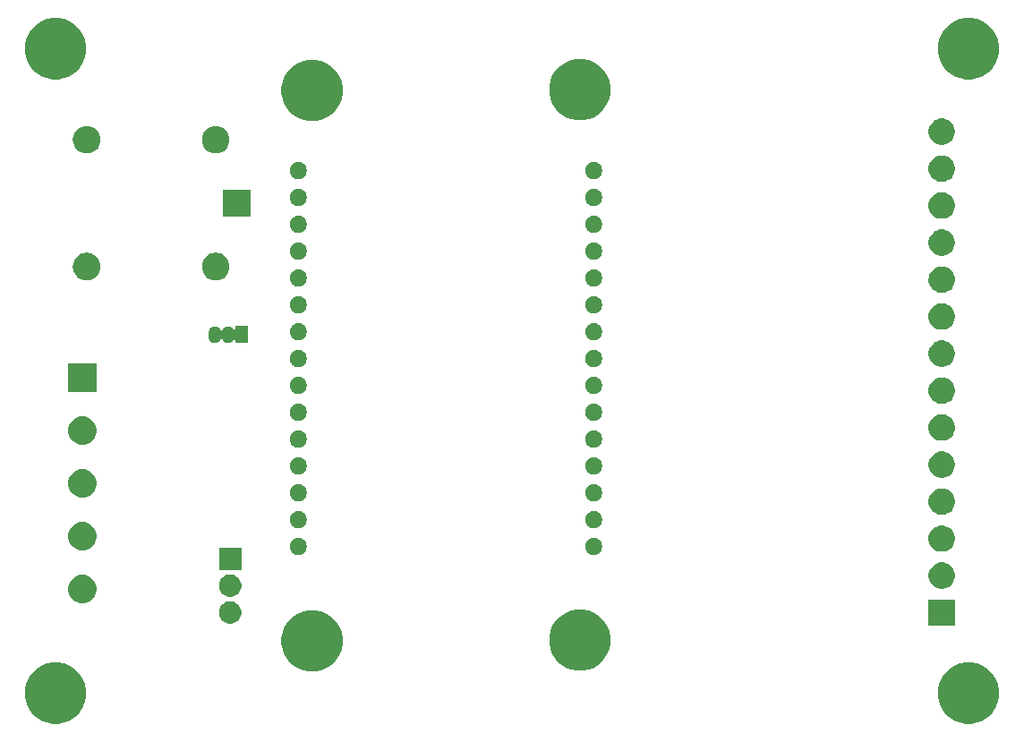
<source format=gbr>
G04 #@! TF.GenerationSoftware,KiCad,Pcbnew,(5.0.2)-1*
G04 #@! TF.CreationDate,2019-01-31T12:48:04+01:00*
G04 #@! TF.ProjectId,valve_reporter,76616c76-655f-4726-9570-6f727465722e,rev?*
G04 #@! TF.SameCoordinates,Original*
G04 #@! TF.FileFunction,Soldermask,Bot*
G04 #@! TF.FilePolarity,Negative*
%FSLAX46Y46*%
G04 Gerber Fmt 4.6, Leading zero omitted, Abs format (unit mm)*
G04 Created by KiCad (PCBNEW (5.0.2)-1) date 1/31/2019 12:48:04 PM*
%MOMM*%
%LPD*%
G01*
G04 APERTURE LIST*
%ADD10C,0.100000*%
G04 APERTURE END LIST*
D10*
G36*
X173566190Y-131830483D02*
X174094138Y-132049166D01*
X174569283Y-132366648D01*
X174973352Y-132770717D01*
X175290834Y-133245862D01*
X175509517Y-133773810D01*
X175621000Y-134334275D01*
X175621000Y-134905725D01*
X175509517Y-135466190D01*
X175290834Y-135994138D01*
X174973352Y-136469283D01*
X174569283Y-136873352D01*
X174094138Y-137190834D01*
X173566190Y-137409517D01*
X173005725Y-137521000D01*
X172434275Y-137521000D01*
X171873810Y-137409517D01*
X171345862Y-137190834D01*
X170870717Y-136873352D01*
X170466648Y-136469283D01*
X170149166Y-135994138D01*
X169930483Y-135466190D01*
X169819000Y-134905725D01*
X169819000Y-134334275D01*
X169930483Y-133773810D01*
X170149166Y-133245862D01*
X170466648Y-132770717D01*
X170870717Y-132366648D01*
X171345862Y-132049166D01*
X171873810Y-131830483D01*
X172434275Y-131719000D01*
X173005725Y-131719000D01*
X173566190Y-131830483D01*
X173566190Y-131830483D01*
G37*
G36*
X87206190Y-131830483D02*
X87734138Y-132049166D01*
X88209283Y-132366648D01*
X88613352Y-132770717D01*
X88930834Y-133245862D01*
X89149517Y-133773810D01*
X89261000Y-134334275D01*
X89261000Y-134905725D01*
X89149517Y-135466190D01*
X88930834Y-135994138D01*
X88613352Y-136469283D01*
X88209283Y-136873352D01*
X87734138Y-137190834D01*
X87206190Y-137409517D01*
X86645725Y-137521000D01*
X86074275Y-137521000D01*
X85513810Y-137409517D01*
X84985862Y-137190834D01*
X84510717Y-136873352D01*
X84106648Y-136469283D01*
X83789166Y-135994138D01*
X83570483Y-135466190D01*
X83459000Y-134905725D01*
X83459000Y-134334275D01*
X83570483Y-133773810D01*
X83789166Y-133245862D01*
X84106648Y-132770717D01*
X84510717Y-132366648D01*
X84985862Y-132049166D01*
X85513810Y-131830483D01*
X86074275Y-131719000D01*
X86645725Y-131719000D01*
X87206190Y-131830483D01*
X87206190Y-131830483D01*
G37*
G36*
X111463190Y-126877483D02*
X111991138Y-127096166D01*
X112466283Y-127413648D01*
X112870352Y-127817717D01*
X113187834Y-128292862D01*
X113406517Y-128820810D01*
X113518000Y-129381275D01*
X113518000Y-129952725D01*
X113406517Y-130513190D01*
X113187834Y-131041138D01*
X112870352Y-131516283D01*
X112466283Y-131920352D01*
X111991138Y-132237834D01*
X111463190Y-132456517D01*
X110902725Y-132568000D01*
X110331275Y-132568000D01*
X109770810Y-132456517D01*
X109242862Y-132237834D01*
X108767717Y-131920352D01*
X108363648Y-131516283D01*
X108046166Y-131041138D01*
X107827483Y-130513190D01*
X107716000Y-129952725D01*
X107716000Y-129381275D01*
X107827483Y-128820810D01*
X108046166Y-128292862D01*
X108363648Y-127817717D01*
X108767717Y-127413648D01*
X109242862Y-127096166D01*
X109770810Y-126877483D01*
X110331275Y-126766000D01*
X110902725Y-126766000D01*
X111463190Y-126877483D01*
X111463190Y-126877483D01*
G37*
G36*
X136799690Y-126813983D02*
X137327638Y-127032666D01*
X137802783Y-127350148D01*
X138206852Y-127754217D01*
X138524334Y-128229362D01*
X138743017Y-128757310D01*
X138854500Y-129317775D01*
X138854500Y-129889225D01*
X138743017Y-130449690D01*
X138524334Y-130977638D01*
X138206852Y-131452783D01*
X137802783Y-131856852D01*
X137327638Y-132174334D01*
X136799690Y-132393017D01*
X136239225Y-132504500D01*
X135667775Y-132504500D01*
X135107310Y-132393017D01*
X134579362Y-132174334D01*
X134104217Y-131856852D01*
X133700148Y-131452783D01*
X133382666Y-130977638D01*
X133163983Y-130449690D01*
X133052500Y-129889225D01*
X133052500Y-129317775D01*
X133163983Y-128757310D01*
X133382666Y-128229362D01*
X133700148Y-127754217D01*
X134104217Y-127350148D01*
X134579362Y-127032666D01*
X135107310Y-126813983D01*
X135667775Y-126702500D01*
X136239225Y-126702500D01*
X136799690Y-126813983D01*
X136799690Y-126813983D01*
G37*
G36*
X171431000Y-128251000D02*
X168929000Y-128251000D01*
X168929000Y-125749000D01*
X171431000Y-125749000D01*
X171431000Y-128251000D01*
X171431000Y-128251000D01*
G37*
G36*
X103176565Y-125989389D02*
X103367834Y-126068615D01*
X103539976Y-126183637D01*
X103686363Y-126330024D01*
X103801385Y-126502166D01*
X103880611Y-126693435D01*
X103921000Y-126896484D01*
X103921000Y-127103516D01*
X103880611Y-127306565D01*
X103801385Y-127497834D01*
X103686363Y-127669976D01*
X103539976Y-127816363D01*
X103367834Y-127931385D01*
X103176565Y-128010611D01*
X102973516Y-128051000D01*
X102766484Y-128051000D01*
X102563435Y-128010611D01*
X102372166Y-127931385D01*
X102200024Y-127816363D01*
X102053637Y-127669976D01*
X101938615Y-127497834D01*
X101859389Y-127306565D01*
X101819000Y-127103516D01*
X101819000Y-126896484D01*
X101859389Y-126693435D01*
X101938615Y-126502166D01*
X102053637Y-126330024D01*
X102200024Y-126183637D01*
X102372166Y-126068615D01*
X102563435Y-125989389D01*
X102766484Y-125949000D01*
X102973516Y-125949000D01*
X103176565Y-125989389D01*
X103176565Y-125989389D01*
G37*
G36*
X89160701Y-123449389D02*
X89294072Y-123475918D01*
X89539939Y-123577759D01*
X89760464Y-123725110D01*
X89761215Y-123725612D01*
X89949388Y-123913785D01*
X89949390Y-123913788D01*
X90097241Y-124135061D01*
X90199082Y-124380928D01*
X90251000Y-124641938D01*
X90251000Y-124908062D01*
X90199082Y-125169072D01*
X90097241Y-125414939D01*
X89949890Y-125635464D01*
X89949388Y-125636215D01*
X89761215Y-125824388D01*
X89761212Y-125824390D01*
X89539939Y-125972241D01*
X89294072Y-126074082D01*
X89163567Y-126100041D01*
X89033063Y-126126000D01*
X88766937Y-126126000D01*
X88636433Y-126100041D01*
X88505928Y-126074082D01*
X88260061Y-125972241D01*
X88038788Y-125824390D01*
X88038785Y-125824388D01*
X87850612Y-125636215D01*
X87850110Y-125635464D01*
X87702759Y-125414939D01*
X87600918Y-125169072D01*
X87549000Y-124908062D01*
X87549000Y-124641938D01*
X87600918Y-124380928D01*
X87702759Y-124135061D01*
X87850610Y-123913788D01*
X87850612Y-123913785D01*
X88038785Y-123725612D01*
X88039536Y-123725110D01*
X88260061Y-123577759D01*
X88505928Y-123475918D01*
X88639299Y-123449389D01*
X88766937Y-123424000D01*
X89033063Y-123424000D01*
X89160701Y-123449389D01*
X89160701Y-123449389D01*
G37*
G36*
X103176565Y-123449389D02*
X103367834Y-123528615D01*
X103539976Y-123643637D01*
X103686363Y-123790024D01*
X103801385Y-123962166D01*
X103880611Y-124153435D01*
X103921000Y-124356484D01*
X103921000Y-124563516D01*
X103880611Y-124766565D01*
X103801385Y-124957834D01*
X103686363Y-125129976D01*
X103539976Y-125276363D01*
X103367834Y-125391385D01*
X103176565Y-125470611D01*
X102973516Y-125511000D01*
X102766484Y-125511000D01*
X102563435Y-125470611D01*
X102372166Y-125391385D01*
X102200024Y-125276363D01*
X102053637Y-125129976D01*
X101938615Y-124957834D01*
X101859389Y-124766565D01*
X101819000Y-124563516D01*
X101819000Y-124356484D01*
X101859389Y-124153435D01*
X101938615Y-123962166D01*
X102053637Y-123790024D01*
X102200024Y-123643637D01*
X102372166Y-123528615D01*
X102563435Y-123449389D01*
X102766484Y-123409000D01*
X102973516Y-123409000D01*
X103176565Y-123449389D01*
X103176565Y-123449389D01*
G37*
G36*
X170363635Y-122261019D02*
X170544903Y-122297075D01*
X170772571Y-122391378D01*
X170976542Y-122527668D01*
X170977469Y-122528287D01*
X171151713Y-122702531D01*
X171151715Y-122702534D01*
X171288622Y-122907429D01*
X171382925Y-123135097D01*
X171418981Y-123316364D01*
X171431000Y-123376786D01*
X171431000Y-123623214D01*
X171418981Y-123683635D01*
X171382925Y-123864903D01*
X171288622Y-124092571D01*
X171152332Y-124296542D01*
X171151713Y-124297469D01*
X170977469Y-124471713D01*
X170977466Y-124471715D01*
X170772571Y-124608622D01*
X170544903Y-124702925D01*
X170363635Y-124738981D01*
X170303214Y-124751000D01*
X170056786Y-124751000D01*
X169996365Y-124738981D01*
X169815097Y-124702925D01*
X169587429Y-124608622D01*
X169382534Y-124471715D01*
X169382531Y-124471713D01*
X169208287Y-124297469D01*
X169207668Y-124296542D01*
X169071378Y-124092571D01*
X168977075Y-123864903D01*
X168941019Y-123683635D01*
X168929000Y-123623214D01*
X168929000Y-123376786D01*
X168941019Y-123316364D01*
X168977075Y-123135097D01*
X169071378Y-122907429D01*
X169208285Y-122702534D01*
X169208287Y-122702531D01*
X169382531Y-122528287D01*
X169383458Y-122527668D01*
X169587429Y-122391378D01*
X169815097Y-122297075D01*
X169996365Y-122261019D01*
X170056786Y-122249000D01*
X170303214Y-122249000D01*
X170363635Y-122261019D01*
X170363635Y-122261019D01*
G37*
G36*
X103921000Y-122971000D02*
X101819000Y-122971000D01*
X101819000Y-120869000D01*
X103921000Y-120869000D01*
X103921000Y-122971000D01*
X103921000Y-122971000D01*
G37*
G36*
X109542143Y-119963243D02*
X109690103Y-120024531D01*
X109823259Y-120113503D01*
X109936499Y-120226743D01*
X110025471Y-120359899D01*
X110086759Y-120507859D01*
X110118001Y-120664926D01*
X110118001Y-120825076D01*
X110086759Y-120982143D01*
X110025471Y-121130103D01*
X109936499Y-121263259D01*
X109823259Y-121376499D01*
X109690103Y-121465471D01*
X109542143Y-121526759D01*
X109385076Y-121558001D01*
X109224926Y-121558001D01*
X109067859Y-121526759D01*
X108919899Y-121465471D01*
X108786743Y-121376499D01*
X108673503Y-121263259D01*
X108584531Y-121130103D01*
X108523243Y-120982143D01*
X108492001Y-120825076D01*
X108492001Y-120664926D01*
X108523243Y-120507859D01*
X108584531Y-120359899D01*
X108673503Y-120226743D01*
X108786743Y-120113503D01*
X108919899Y-120024531D01*
X109067859Y-119963243D01*
X109224926Y-119932001D01*
X109385076Y-119932001D01*
X109542143Y-119963243D01*
X109542143Y-119963243D01*
G37*
G36*
X137482143Y-119963243D02*
X137630103Y-120024531D01*
X137763259Y-120113503D01*
X137876499Y-120226743D01*
X137965471Y-120359899D01*
X138026759Y-120507859D01*
X138058001Y-120664926D01*
X138058001Y-120825076D01*
X138026759Y-120982143D01*
X137965471Y-121130103D01*
X137876499Y-121263259D01*
X137763259Y-121376499D01*
X137630103Y-121465471D01*
X137482143Y-121526759D01*
X137325076Y-121558001D01*
X137164926Y-121558001D01*
X137007859Y-121526759D01*
X136859899Y-121465471D01*
X136726743Y-121376499D01*
X136613503Y-121263259D01*
X136524531Y-121130103D01*
X136463243Y-120982143D01*
X136432001Y-120825076D01*
X136432001Y-120664926D01*
X136463243Y-120507859D01*
X136524531Y-120359899D01*
X136613503Y-120226743D01*
X136726743Y-120113503D01*
X136859899Y-120024531D01*
X137007859Y-119963243D01*
X137164926Y-119932001D01*
X137325076Y-119932001D01*
X137482143Y-119963243D01*
X137482143Y-119963243D01*
G37*
G36*
X170363635Y-118761019D02*
X170544903Y-118797075D01*
X170772571Y-118891378D01*
X170915318Y-118986759D01*
X170977469Y-119028287D01*
X171151713Y-119202531D01*
X171151715Y-119202534D01*
X171288622Y-119407429D01*
X171382925Y-119635097D01*
X171431000Y-119876787D01*
X171431000Y-120123213D01*
X171382925Y-120364903D01*
X171288622Y-120592571D01*
X171152332Y-120796542D01*
X171151713Y-120797469D01*
X170977469Y-120971713D01*
X170977466Y-120971715D01*
X170772571Y-121108622D01*
X170544903Y-121202925D01*
X170363636Y-121238981D01*
X170303214Y-121251000D01*
X170056786Y-121251000D01*
X169996364Y-121238981D01*
X169815097Y-121202925D01*
X169587429Y-121108622D01*
X169382534Y-120971715D01*
X169382531Y-120971713D01*
X169208287Y-120797469D01*
X169207668Y-120796542D01*
X169071378Y-120592571D01*
X168977075Y-120364903D01*
X168929000Y-120123213D01*
X168929000Y-119876787D01*
X168977075Y-119635097D01*
X169071378Y-119407429D01*
X169208285Y-119202534D01*
X169208287Y-119202531D01*
X169382531Y-119028287D01*
X169444682Y-118986759D01*
X169587429Y-118891378D01*
X169815097Y-118797075D01*
X169996365Y-118761019D01*
X170056786Y-118749000D01*
X170303214Y-118749000D01*
X170363635Y-118761019D01*
X170363635Y-118761019D01*
G37*
G36*
X89163567Y-118449959D02*
X89294072Y-118475918D01*
X89539939Y-118577759D01*
X89760464Y-118725110D01*
X89761215Y-118725612D01*
X89949388Y-118913785D01*
X89949390Y-118913788D01*
X90097241Y-119135061D01*
X90199082Y-119380928D01*
X90251000Y-119641938D01*
X90251000Y-119908062D01*
X90199082Y-120169072D01*
X90097241Y-120414939D01*
X90035153Y-120507859D01*
X89949388Y-120636215D01*
X89761215Y-120824388D01*
X89761212Y-120824390D01*
X89539939Y-120972241D01*
X89294072Y-121074082D01*
X89163567Y-121100041D01*
X89033063Y-121126000D01*
X88766937Y-121126000D01*
X88636433Y-121100041D01*
X88505928Y-121074082D01*
X88260061Y-120972241D01*
X88038788Y-120824390D01*
X88038785Y-120824388D01*
X87850612Y-120636215D01*
X87764847Y-120507859D01*
X87702759Y-120414939D01*
X87600918Y-120169072D01*
X87549000Y-119908062D01*
X87549000Y-119641938D01*
X87600918Y-119380928D01*
X87702759Y-119135061D01*
X87850610Y-118913788D01*
X87850612Y-118913785D01*
X88038785Y-118725612D01*
X88039536Y-118725110D01*
X88260061Y-118577759D01*
X88505928Y-118475918D01*
X88636433Y-118449959D01*
X88766937Y-118424000D01*
X89033063Y-118424000D01*
X89163567Y-118449959D01*
X89163567Y-118449959D01*
G37*
G36*
X137482143Y-117423243D02*
X137630103Y-117484531D01*
X137697131Y-117529318D01*
X137763258Y-117573502D01*
X137876500Y-117686744D01*
X137919434Y-117751000D01*
X137965471Y-117819899D01*
X138026759Y-117967859D01*
X138058001Y-118124926D01*
X138058001Y-118285076D01*
X138026759Y-118442143D01*
X137965471Y-118590103D01*
X137876499Y-118723259D01*
X137763259Y-118836499D01*
X137630103Y-118925471D01*
X137482143Y-118986759D01*
X137325076Y-119018001D01*
X137164926Y-119018001D01*
X137007859Y-118986759D01*
X136859899Y-118925471D01*
X136726743Y-118836499D01*
X136613503Y-118723259D01*
X136524531Y-118590103D01*
X136463243Y-118442143D01*
X136432001Y-118285076D01*
X136432001Y-118124926D01*
X136463243Y-117967859D01*
X136524531Y-117819899D01*
X136570568Y-117751000D01*
X136613502Y-117686744D01*
X136726744Y-117573502D01*
X136792871Y-117529318D01*
X136859899Y-117484531D01*
X137007859Y-117423243D01*
X137164926Y-117392001D01*
X137325076Y-117392001D01*
X137482143Y-117423243D01*
X137482143Y-117423243D01*
G37*
G36*
X109542143Y-117423243D02*
X109690103Y-117484531D01*
X109757131Y-117529318D01*
X109823258Y-117573502D01*
X109936500Y-117686744D01*
X109979434Y-117751000D01*
X110025471Y-117819899D01*
X110086759Y-117967859D01*
X110118001Y-118124926D01*
X110118001Y-118285076D01*
X110086759Y-118442143D01*
X110025471Y-118590103D01*
X109936499Y-118723259D01*
X109823259Y-118836499D01*
X109690103Y-118925471D01*
X109542143Y-118986759D01*
X109385076Y-119018001D01*
X109224926Y-119018001D01*
X109067859Y-118986759D01*
X108919899Y-118925471D01*
X108786743Y-118836499D01*
X108673503Y-118723259D01*
X108584531Y-118590103D01*
X108523243Y-118442143D01*
X108492001Y-118285076D01*
X108492001Y-118124926D01*
X108523243Y-117967859D01*
X108584531Y-117819899D01*
X108630568Y-117751000D01*
X108673502Y-117686744D01*
X108786744Y-117573502D01*
X108852871Y-117529318D01*
X108919899Y-117484531D01*
X109067859Y-117423243D01*
X109224926Y-117392001D01*
X109385076Y-117392001D01*
X109542143Y-117423243D01*
X109542143Y-117423243D01*
G37*
G36*
X170363636Y-115261019D02*
X170544903Y-115297075D01*
X170772571Y-115391378D01*
X170976542Y-115527668D01*
X170977469Y-115528287D01*
X171151713Y-115702531D01*
X171151715Y-115702534D01*
X171288622Y-115907429D01*
X171382925Y-116135097D01*
X171431000Y-116376787D01*
X171431000Y-116623213D01*
X171382925Y-116864903D01*
X171288622Y-117092571D01*
X171152332Y-117296542D01*
X171151713Y-117297469D01*
X170977469Y-117471713D01*
X170977466Y-117471715D01*
X170772571Y-117608622D01*
X170544903Y-117702925D01*
X170363636Y-117738981D01*
X170303214Y-117751000D01*
X170056786Y-117751000D01*
X169996364Y-117738981D01*
X169815097Y-117702925D01*
X169587429Y-117608622D01*
X169382534Y-117471715D01*
X169382531Y-117471713D01*
X169208287Y-117297469D01*
X169207668Y-117296542D01*
X169071378Y-117092571D01*
X168977075Y-116864903D01*
X168929000Y-116623213D01*
X168929000Y-116376787D01*
X168977075Y-116135097D01*
X169071378Y-115907429D01*
X169208285Y-115702534D01*
X169208287Y-115702531D01*
X169382531Y-115528287D01*
X169383458Y-115527668D01*
X169587429Y-115391378D01*
X169815097Y-115297075D01*
X169996364Y-115261019D01*
X170056786Y-115249000D01*
X170303214Y-115249000D01*
X170363636Y-115261019D01*
X170363636Y-115261019D01*
G37*
G36*
X137482143Y-114883243D02*
X137630103Y-114944531D01*
X137763259Y-115033503D01*
X137876499Y-115146743D01*
X137965471Y-115279899D01*
X138026759Y-115427859D01*
X138058001Y-115584926D01*
X138058001Y-115745076D01*
X138026759Y-115902143D01*
X137965471Y-116050103D01*
X137876499Y-116183259D01*
X137763259Y-116296499D01*
X137630103Y-116385471D01*
X137482143Y-116446759D01*
X137325076Y-116478001D01*
X137164926Y-116478001D01*
X137007859Y-116446759D01*
X136859899Y-116385471D01*
X136726743Y-116296499D01*
X136613503Y-116183259D01*
X136524531Y-116050103D01*
X136463243Y-115902143D01*
X136432001Y-115745076D01*
X136432001Y-115584926D01*
X136463243Y-115427859D01*
X136524531Y-115279899D01*
X136613503Y-115146743D01*
X136726743Y-115033503D01*
X136859899Y-114944531D01*
X137007859Y-114883243D01*
X137164926Y-114852001D01*
X137325076Y-114852001D01*
X137482143Y-114883243D01*
X137482143Y-114883243D01*
G37*
G36*
X109542143Y-114883243D02*
X109690103Y-114944531D01*
X109823259Y-115033503D01*
X109936499Y-115146743D01*
X110025471Y-115279899D01*
X110086759Y-115427859D01*
X110118001Y-115584926D01*
X110118001Y-115745076D01*
X110086759Y-115902143D01*
X110025471Y-116050103D01*
X109936499Y-116183259D01*
X109823259Y-116296499D01*
X109690103Y-116385471D01*
X109542143Y-116446759D01*
X109385076Y-116478001D01*
X109224926Y-116478001D01*
X109067859Y-116446759D01*
X108919899Y-116385471D01*
X108786743Y-116296499D01*
X108673503Y-116183259D01*
X108584531Y-116050103D01*
X108523243Y-115902143D01*
X108492001Y-115745076D01*
X108492001Y-115584926D01*
X108523243Y-115427859D01*
X108584531Y-115279899D01*
X108673503Y-115146743D01*
X108786743Y-115033503D01*
X108919899Y-114944531D01*
X109067859Y-114883243D01*
X109224926Y-114852001D01*
X109385076Y-114852001D01*
X109542143Y-114883243D01*
X109542143Y-114883243D01*
G37*
G36*
X89163567Y-113449959D02*
X89294072Y-113475918D01*
X89539939Y-113577759D01*
X89760464Y-113725110D01*
X89761215Y-113725612D01*
X89949388Y-113913785D01*
X89949390Y-113913788D01*
X90097241Y-114135061D01*
X90199082Y-114380928D01*
X90251000Y-114641938D01*
X90251000Y-114908062D01*
X90199082Y-115169072D01*
X90097241Y-115414939D01*
X89949890Y-115635464D01*
X89949388Y-115636215D01*
X89761215Y-115824388D01*
X89761212Y-115824390D01*
X89539939Y-115972241D01*
X89294072Y-116074082D01*
X89163567Y-116100041D01*
X89033063Y-116126000D01*
X88766937Y-116126000D01*
X88636433Y-116100041D01*
X88505928Y-116074082D01*
X88260061Y-115972241D01*
X88038788Y-115824390D01*
X88038785Y-115824388D01*
X87850612Y-115636215D01*
X87850110Y-115635464D01*
X87702759Y-115414939D01*
X87600918Y-115169072D01*
X87549000Y-114908062D01*
X87549000Y-114641938D01*
X87600918Y-114380928D01*
X87702759Y-114135061D01*
X87850610Y-113913788D01*
X87850612Y-113913785D01*
X88038785Y-113725612D01*
X88039536Y-113725110D01*
X88260061Y-113577759D01*
X88505928Y-113475918D01*
X88636433Y-113449959D01*
X88766937Y-113424000D01*
X89033063Y-113424000D01*
X89163567Y-113449959D01*
X89163567Y-113449959D01*
G37*
G36*
X170363636Y-111761019D02*
X170544903Y-111797075D01*
X170772571Y-111891378D01*
X170976542Y-112027668D01*
X170977469Y-112028287D01*
X171151713Y-112202531D01*
X171151715Y-112202534D01*
X171288622Y-112407429D01*
X171382925Y-112635097D01*
X171431000Y-112876787D01*
X171431000Y-113123213D01*
X171382925Y-113364903D01*
X171288622Y-113592571D01*
X171199726Y-113725612D01*
X171151713Y-113797469D01*
X170977469Y-113971713D01*
X170977466Y-113971715D01*
X170772571Y-114108622D01*
X170544903Y-114202925D01*
X170363635Y-114238981D01*
X170303214Y-114251000D01*
X170056786Y-114251000D01*
X169996365Y-114238981D01*
X169815097Y-114202925D01*
X169587429Y-114108622D01*
X169382534Y-113971715D01*
X169382531Y-113971713D01*
X169208287Y-113797469D01*
X169160274Y-113725612D01*
X169071378Y-113592571D01*
X168977075Y-113364903D01*
X168929000Y-113123213D01*
X168929000Y-112876787D01*
X168977075Y-112635097D01*
X169071378Y-112407429D01*
X169208285Y-112202534D01*
X169208287Y-112202531D01*
X169382531Y-112028287D01*
X169383458Y-112027668D01*
X169587429Y-111891378D01*
X169815097Y-111797075D01*
X169996364Y-111761019D01*
X170056786Y-111749000D01*
X170303214Y-111749000D01*
X170363636Y-111761019D01*
X170363636Y-111761019D01*
G37*
G36*
X109542143Y-112343243D02*
X109690103Y-112404531D01*
X109823259Y-112493503D01*
X109936499Y-112606743D01*
X110025471Y-112739899D01*
X110086759Y-112887859D01*
X110118001Y-113044926D01*
X110118001Y-113205076D01*
X110086759Y-113362143D01*
X110025471Y-113510103D01*
X109936499Y-113643259D01*
X109823259Y-113756499D01*
X109690103Y-113845471D01*
X109542143Y-113906759D01*
X109385076Y-113938001D01*
X109224926Y-113938001D01*
X109067859Y-113906759D01*
X108919899Y-113845471D01*
X108786743Y-113756499D01*
X108673503Y-113643259D01*
X108584531Y-113510103D01*
X108523243Y-113362143D01*
X108492001Y-113205076D01*
X108492001Y-113044926D01*
X108523243Y-112887859D01*
X108584531Y-112739899D01*
X108673503Y-112606743D01*
X108786743Y-112493503D01*
X108919899Y-112404531D01*
X109067859Y-112343243D01*
X109224926Y-112312001D01*
X109385076Y-112312001D01*
X109542143Y-112343243D01*
X109542143Y-112343243D01*
G37*
G36*
X137482143Y-112343243D02*
X137630103Y-112404531D01*
X137763259Y-112493503D01*
X137876499Y-112606743D01*
X137965471Y-112739899D01*
X138026759Y-112887859D01*
X138058001Y-113044926D01*
X138058001Y-113205076D01*
X138026759Y-113362143D01*
X137965471Y-113510103D01*
X137876499Y-113643259D01*
X137763259Y-113756499D01*
X137630103Y-113845471D01*
X137482143Y-113906759D01*
X137325076Y-113938001D01*
X137164926Y-113938001D01*
X137007859Y-113906759D01*
X136859899Y-113845471D01*
X136726743Y-113756499D01*
X136613503Y-113643259D01*
X136524531Y-113510103D01*
X136463243Y-113362143D01*
X136432001Y-113205076D01*
X136432001Y-113044926D01*
X136463243Y-112887859D01*
X136524531Y-112739899D01*
X136613503Y-112606743D01*
X136726743Y-112493503D01*
X136859899Y-112404531D01*
X137007859Y-112343243D01*
X137164926Y-112312001D01*
X137325076Y-112312001D01*
X137482143Y-112343243D01*
X137482143Y-112343243D01*
G37*
G36*
X109542143Y-109803243D02*
X109690103Y-109864531D01*
X109823259Y-109953503D01*
X109936499Y-110066743D01*
X110025471Y-110199899D01*
X110086759Y-110347859D01*
X110118001Y-110504926D01*
X110118001Y-110665076D01*
X110086759Y-110822143D01*
X110085829Y-110824388D01*
X110025472Y-110970101D01*
X109955995Y-111074082D01*
X109936499Y-111103259D01*
X109823259Y-111216499D01*
X109690103Y-111305471D01*
X109542143Y-111366759D01*
X109385076Y-111398001D01*
X109224926Y-111398001D01*
X109067859Y-111366759D01*
X108919899Y-111305471D01*
X108786743Y-111216499D01*
X108673503Y-111103259D01*
X108654008Y-111074082D01*
X108584530Y-110970101D01*
X108524173Y-110824388D01*
X108523243Y-110822143D01*
X108492001Y-110665076D01*
X108492001Y-110504926D01*
X108523243Y-110347859D01*
X108584531Y-110199899D01*
X108673503Y-110066743D01*
X108786743Y-109953503D01*
X108919899Y-109864531D01*
X109067859Y-109803243D01*
X109224926Y-109772001D01*
X109385076Y-109772001D01*
X109542143Y-109803243D01*
X109542143Y-109803243D01*
G37*
G36*
X137482143Y-109803243D02*
X137630103Y-109864531D01*
X137763259Y-109953503D01*
X137876499Y-110066743D01*
X137965471Y-110199899D01*
X138026759Y-110347859D01*
X138058001Y-110504926D01*
X138058001Y-110665076D01*
X138026759Y-110822143D01*
X138025829Y-110824388D01*
X137965472Y-110970101D01*
X137895995Y-111074082D01*
X137876499Y-111103259D01*
X137763259Y-111216499D01*
X137630103Y-111305471D01*
X137482143Y-111366759D01*
X137325076Y-111398001D01*
X137164926Y-111398001D01*
X137007859Y-111366759D01*
X136859899Y-111305471D01*
X136726743Y-111216499D01*
X136613503Y-111103259D01*
X136594008Y-111074082D01*
X136524530Y-110970101D01*
X136464173Y-110824388D01*
X136463243Y-110822143D01*
X136432001Y-110665076D01*
X136432001Y-110504926D01*
X136463243Y-110347859D01*
X136524531Y-110199899D01*
X136613503Y-110066743D01*
X136726743Y-109953503D01*
X136859899Y-109864531D01*
X137007859Y-109803243D01*
X137164926Y-109772001D01*
X137325076Y-109772001D01*
X137482143Y-109803243D01*
X137482143Y-109803243D01*
G37*
G36*
X89163567Y-108449959D02*
X89294072Y-108475918D01*
X89539939Y-108577759D01*
X89760464Y-108725110D01*
X89761215Y-108725612D01*
X89949388Y-108913785D01*
X89949390Y-108913788D01*
X90097241Y-109135061D01*
X90199082Y-109380928D01*
X90199082Y-109380929D01*
X90251000Y-109641937D01*
X90251000Y-109908063D01*
X90241961Y-109953503D01*
X90199082Y-110169072D01*
X90097241Y-110414939D01*
X90037112Y-110504927D01*
X89949388Y-110636215D01*
X89761215Y-110824388D01*
X89761212Y-110824390D01*
X89539939Y-110972241D01*
X89294072Y-111074082D01*
X89163567Y-111100041D01*
X89033063Y-111126000D01*
X88766937Y-111126000D01*
X88636433Y-111100041D01*
X88505928Y-111074082D01*
X88260061Y-110972241D01*
X88038788Y-110824390D01*
X88038785Y-110824388D01*
X87850612Y-110636215D01*
X87762888Y-110504927D01*
X87702759Y-110414939D01*
X87600918Y-110169072D01*
X87558039Y-109953503D01*
X87549000Y-109908063D01*
X87549000Y-109641937D01*
X87600918Y-109380929D01*
X87600918Y-109380928D01*
X87702759Y-109135061D01*
X87850610Y-108913788D01*
X87850612Y-108913785D01*
X88038785Y-108725612D01*
X88039536Y-108725110D01*
X88260061Y-108577759D01*
X88505928Y-108475918D01*
X88636433Y-108449959D01*
X88766937Y-108424000D01*
X89033063Y-108424000D01*
X89163567Y-108449959D01*
X89163567Y-108449959D01*
G37*
G36*
X170363635Y-108261019D02*
X170544903Y-108297075D01*
X170772571Y-108391378D01*
X170976542Y-108527668D01*
X170977469Y-108528287D01*
X171151713Y-108702531D01*
X171151715Y-108702534D01*
X171288622Y-108907429D01*
X171382925Y-109135097D01*
X171418981Y-109316364D01*
X171431000Y-109376786D01*
X171431000Y-109623214D01*
X171418981Y-109683636D01*
X171382925Y-109864903D01*
X171288622Y-110092571D01*
X171237506Y-110169071D01*
X171151713Y-110297469D01*
X170977469Y-110471713D01*
X170977466Y-110471715D01*
X170772571Y-110608622D01*
X170544903Y-110702925D01*
X170363635Y-110738981D01*
X170303214Y-110751000D01*
X170056786Y-110751000D01*
X169996365Y-110738981D01*
X169815097Y-110702925D01*
X169587429Y-110608622D01*
X169382534Y-110471715D01*
X169382531Y-110471713D01*
X169208287Y-110297469D01*
X169122494Y-110169071D01*
X169071378Y-110092571D01*
X168977075Y-109864903D01*
X168941019Y-109683636D01*
X168929000Y-109623214D01*
X168929000Y-109376786D01*
X168941019Y-109316364D01*
X168977075Y-109135097D01*
X169071378Y-108907429D01*
X169208285Y-108702534D01*
X169208287Y-108702531D01*
X169382531Y-108528287D01*
X169383458Y-108527668D01*
X169587429Y-108391378D01*
X169815097Y-108297075D01*
X169996365Y-108261019D01*
X170056786Y-108249000D01*
X170303214Y-108249000D01*
X170363635Y-108261019D01*
X170363635Y-108261019D01*
G37*
G36*
X109542143Y-107263243D02*
X109690103Y-107324531D01*
X109823259Y-107413503D01*
X109936499Y-107526743D01*
X110025471Y-107659899D01*
X110086759Y-107807859D01*
X110118001Y-107964926D01*
X110118001Y-108125076D01*
X110086759Y-108282143D01*
X110041512Y-108391378D01*
X110025472Y-108430101D01*
X109936500Y-108563258D01*
X109823258Y-108676500D01*
X109784295Y-108702534D01*
X109690103Y-108765471D01*
X109542143Y-108826759D01*
X109385076Y-108858001D01*
X109224926Y-108858001D01*
X109067859Y-108826759D01*
X108919899Y-108765471D01*
X108825707Y-108702534D01*
X108786744Y-108676500D01*
X108673502Y-108563258D01*
X108584530Y-108430101D01*
X108568490Y-108391378D01*
X108523243Y-108282143D01*
X108492001Y-108125076D01*
X108492001Y-107964926D01*
X108523243Y-107807859D01*
X108584531Y-107659899D01*
X108673503Y-107526743D01*
X108786743Y-107413503D01*
X108919899Y-107324531D01*
X109067859Y-107263243D01*
X109224926Y-107232001D01*
X109385076Y-107232001D01*
X109542143Y-107263243D01*
X109542143Y-107263243D01*
G37*
G36*
X137482143Y-107263243D02*
X137630103Y-107324531D01*
X137763259Y-107413503D01*
X137876499Y-107526743D01*
X137965471Y-107659899D01*
X138026759Y-107807859D01*
X138058001Y-107964926D01*
X138058001Y-108125076D01*
X138026759Y-108282143D01*
X137981512Y-108391378D01*
X137965472Y-108430101D01*
X137876500Y-108563258D01*
X137763258Y-108676500D01*
X137724295Y-108702534D01*
X137630103Y-108765471D01*
X137482143Y-108826759D01*
X137325076Y-108858001D01*
X137164926Y-108858001D01*
X137007859Y-108826759D01*
X136859899Y-108765471D01*
X136765707Y-108702534D01*
X136726744Y-108676500D01*
X136613502Y-108563258D01*
X136524530Y-108430101D01*
X136508490Y-108391378D01*
X136463243Y-108282143D01*
X136432001Y-108125076D01*
X136432001Y-107964926D01*
X136463243Y-107807859D01*
X136524531Y-107659899D01*
X136613503Y-107526743D01*
X136726743Y-107413503D01*
X136859899Y-107324531D01*
X137007859Y-107263243D01*
X137164926Y-107232001D01*
X137325076Y-107232001D01*
X137482143Y-107263243D01*
X137482143Y-107263243D01*
G37*
G36*
X170363635Y-104761019D02*
X170544903Y-104797075D01*
X170772571Y-104891378D01*
X170976542Y-105027668D01*
X170977469Y-105028287D01*
X171151713Y-105202531D01*
X171151715Y-105202534D01*
X171288622Y-105407429D01*
X171382925Y-105635097D01*
X171431000Y-105876787D01*
X171431000Y-106123213D01*
X171382925Y-106364903D01*
X171288622Y-106592571D01*
X171152332Y-106796542D01*
X171151713Y-106797469D01*
X170977469Y-106971713D01*
X170977466Y-106971715D01*
X170772571Y-107108622D01*
X170544903Y-107202925D01*
X170363636Y-107238981D01*
X170303214Y-107251000D01*
X170056786Y-107251000D01*
X169996364Y-107238981D01*
X169815097Y-107202925D01*
X169587429Y-107108622D01*
X169382534Y-106971715D01*
X169382531Y-106971713D01*
X169208287Y-106797469D01*
X169207668Y-106796542D01*
X169071378Y-106592571D01*
X168977075Y-106364903D01*
X168929000Y-106123213D01*
X168929000Y-105876787D01*
X168977075Y-105635097D01*
X169071378Y-105407429D01*
X169208285Y-105202534D01*
X169208287Y-105202531D01*
X169382531Y-105028287D01*
X169383458Y-105027668D01*
X169587429Y-104891378D01*
X169815097Y-104797075D01*
X169996365Y-104761019D01*
X170056786Y-104749000D01*
X170303214Y-104749000D01*
X170363635Y-104761019D01*
X170363635Y-104761019D01*
G37*
G36*
X137482143Y-104723243D02*
X137630103Y-104784531D01*
X137648876Y-104797075D01*
X137763258Y-104873502D01*
X137876500Y-104986744D01*
X137904258Y-105028287D01*
X137965471Y-105119899D01*
X138026759Y-105267859D01*
X138058001Y-105424926D01*
X138058001Y-105585076D01*
X138026759Y-105742143D01*
X137965471Y-105890103D01*
X137876499Y-106023259D01*
X137763259Y-106136499D01*
X137630103Y-106225471D01*
X137482143Y-106286759D01*
X137325076Y-106318001D01*
X137164926Y-106318001D01*
X137007859Y-106286759D01*
X136859899Y-106225471D01*
X136726743Y-106136499D01*
X136613503Y-106023259D01*
X136524531Y-105890103D01*
X136463243Y-105742143D01*
X136432001Y-105585076D01*
X136432001Y-105424926D01*
X136463243Y-105267859D01*
X136524531Y-105119899D01*
X136585744Y-105028287D01*
X136613502Y-104986744D01*
X136726744Y-104873502D01*
X136841126Y-104797075D01*
X136859899Y-104784531D01*
X137007859Y-104723243D01*
X137164926Y-104692001D01*
X137325076Y-104692001D01*
X137482143Y-104723243D01*
X137482143Y-104723243D01*
G37*
G36*
X109542143Y-104723243D02*
X109690103Y-104784531D01*
X109708876Y-104797075D01*
X109823258Y-104873502D01*
X109936500Y-104986744D01*
X109964258Y-105028287D01*
X110025471Y-105119899D01*
X110086759Y-105267859D01*
X110118001Y-105424926D01*
X110118001Y-105585076D01*
X110086759Y-105742143D01*
X110025471Y-105890103D01*
X109936499Y-106023259D01*
X109823259Y-106136499D01*
X109690103Y-106225471D01*
X109542143Y-106286759D01*
X109385076Y-106318001D01*
X109224926Y-106318001D01*
X109067859Y-106286759D01*
X108919899Y-106225471D01*
X108786743Y-106136499D01*
X108673503Y-106023259D01*
X108584531Y-105890103D01*
X108523243Y-105742143D01*
X108492001Y-105585076D01*
X108492001Y-105424926D01*
X108523243Y-105267859D01*
X108584531Y-105119899D01*
X108645744Y-105028287D01*
X108673502Y-104986744D01*
X108786744Y-104873502D01*
X108901126Y-104797075D01*
X108919899Y-104784531D01*
X109067859Y-104723243D01*
X109224926Y-104692001D01*
X109385076Y-104692001D01*
X109542143Y-104723243D01*
X109542143Y-104723243D01*
G37*
G36*
X90251000Y-106126000D02*
X87549000Y-106126000D01*
X87549000Y-103424000D01*
X90251000Y-103424000D01*
X90251000Y-106126000D01*
X90251000Y-106126000D01*
G37*
G36*
X109542143Y-102183243D02*
X109690103Y-102244531D01*
X109823259Y-102333503D01*
X109936499Y-102446743D01*
X110025471Y-102579899D01*
X110086759Y-102727859D01*
X110118001Y-102884926D01*
X110118001Y-103045076D01*
X110086759Y-103202143D01*
X110047274Y-103297466D01*
X110025472Y-103350101D01*
X109936500Y-103483258D01*
X109823258Y-103596500D01*
X109805116Y-103608622D01*
X109690103Y-103685471D01*
X109542143Y-103746759D01*
X109385076Y-103778001D01*
X109224926Y-103778001D01*
X109067859Y-103746759D01*
X108919899Y-103685471D01*
X108804886Y-103608622D01*
X108786744Y-103596500D01*
X108673502Y-103483258D01*
X108584530Y-103350101D01*
X108562728Y-103297466D01*
X108523243Y-103202143D01*
X108492001Y-103045076D01*
X108492001Y-102884926D01*
X108523243Y-102727859D01*
X108584531Y-102579899D01*
X108673503Y-102446743D01*
X108786743Y-102333503D01*
X108919899Y-102244531D01*
X109067859Y-102183243D01*
X109224926Y-102152001D01*
X109385076Y-102152001D01*
X109542143Y-102183243D01*
X109542143Y-102183243D01*
G37*
G36*
X137482143Y-102183243D02*
X137630103Y-102244531D01*
X137763259Y-102333503D01*
X137876499Y-102446743D01*
X137965471Y-102579899D01*
X138026759Y-102727859D01*
X138058001Y-102884926D01*
X138058001Y-103045076D01*
X138026759Y-103202143D01*
X137987274Y-103297466D01*
X137965472Y-103350101D01*
X137876500Y-103483258D01*
X137763258Y-103596500D01*
X137745116Y-103608622D01*
X137630103Y-103685471D01*
X137482143Y-103746759D01*
X137325076Y-103778001D01*
X137164926Y-103778001D01*
X137007859Y-103746759D01*
X136859899Y-103685471D01*
X136744886Y-103608622D01*
X136726744Y-103596500D01*
X136613502Y-103483258D01*
X136524530Y-103350101D01*
X136502728Y-103297466D01*
X136463243Y-103202143D01*
X136432001Y-103045076D01*
X136432001Y-102884926D01*
X136463243Y-102727859D01*
X136524531Y-102579899D01*
X136613503Y-102446743D01*
X136726743Y-102333503D01*
X136859899Y-102244531D01*
X137007859Y-102183243D01*
X137164926Y-102152001D01*
X137325076Y-102152001D01*
X137482143Y-102183243D01*
X137482143Y-102183243D01*
G37*
G36*
X170346227Y-101257556D02*
X170544903Y-101297075D01*
X170772571Y-101391378D01*
X170940621Y-101503666D01*
X170977469Y-101528287D01*
X171151713Y-101702531D01*
X171151715Y-101702534D01*
X171288622Y-101907429D01*
X171382925Y-102135097D01*
X171431000Y-102376787D01*
X171431000Y-102623213D01*
X171382925Y-102864903D01*
X171288622Y-103092571D01*
X171215408Y-103202143D01*
X171151713Y-103297469D01*
X170977469Y-103471713D01*
X170977466Y-103471715D01*
X170772571Y-103608622D01*
X170544903Y-103702925D01*
X170363636Y-103738981D01*
X170303214Y-103751000D01*
X170056786Y-103751000D01*
X169996365Y-103738981D01*
X169815097Y-103702925D01*
X169587429Y-103608622D01*
X169382534Y-103471715D01*
X169382531Y-103471713D01*
X169208287Y-103297469D01*
X169144592Y-103202143D01*
X169071378Y-103092571D01*
X168977075Y-102864903D01*
X168929000Y-102623213D01*
X168929000Y-102376787D01*
X168977075Y-102135097D01*
X169071378Y-101907429D01*
X169208285Y-101702534D01*
X169208287Y-101702531D01*
X169382531Y-101528287D01*
X169419379Y-101503666D01*
X169587429Y-101391378D01*
X169815097Y-101297075D01*
X170013773Y-101257556D01*
X170056786Y-101249000D01*
X170303214Y-101249000D01*
X170346227Y-101257556D01*
X170346227Y-101257556D01*
G37*
G36*
X102792416Y-99918334D02*
X102900992Y-99951271D01*
X103001057Y-100004756D01*
X103088764Y-100076736D01*
X103151874Y-100153635D01*
X103169201Y-100170962D01*
X103189576Y-100184576D01*
X103212215Y-100193954D01*
X103236248Y-100198734D01*
X103260752Y-100198734D01*
X103284786Y-100193953D01*
X103307425Y-100184576D01*
X103327799Y-100170962D01*
X103345126Y-100153635D01*
X103358740Y-100133260D01*
X103368118Y-100110621D01*
X103373500Y-100074336D01*
X103373500Y-99910000D01*
X104525500Y-99910000D01*
X104525500Y-101512000D01*
X103373500Y-101512000D01*
X103373500Y-101347663D01*
X103371098Y-101323277D01*
X103363985Y-101299828D01*
X103352434Y-101278217D01*
X103336888Y-101259275D01*
X103317946Y-101243729D01*
X103296335Y-101232178D01*
X103272886Y-101225065D01*
X103248500Y-101222663D01*
X103224114Y-101225065D01*
X103200665Y-101232178D01*
X103179054Y-101243729D01*
X103151877Y-101268361D01*
X103088764Y-101345264D01*
X103001056Y-101417244D01*
X102900991Y-101470729D01*
X102792415Y-101503666D01*
X102679500Y-101514787D01*
X102566584Y-101503666D01*
X102458008Y-101470729D01*
X102357943Y-101417244D01*
X102270236Y-101345264D01*
X102198256Y-101257556D01*
X102154740Y-101176142D01*
X102141127Y-101155767D01*
X102123799Y-101138440D01*
X102103425Y-101124826D01*
X102080786Y-101115449D01*
X102056753Y-101110668D01*
X102032248Y-101110668D01*
X102008215Y-101115448D01*
X101985576Y-101124826D01*
X101965201Y-101138439D01*
X101947874Y-101155767D01*
X101934267Y-101176131D01*
X101890744Y-101257557D01*
X101818764Y-101345264D01*
X101731056Y-101417244D01*
X101630991Y-101470729D01*
X101522415Y-101503666D01*
X101409500Y-101514787D01*
X101296584Y-101503666D01*
X101188008Y-101470729D01*
X101087943Y-101417244D01*
X101000236Y-101345264D01*
X100928256Y-101257556D01*
X100874771Y-101157491D01*
X100841834Y-101048915D01*
X100833500Y-100964297D01*
X100833500Y-100457702D01*
X100841834Y-100373084D01*
X100874771Y-100264508D01*
X100912483Y-100193954D01*
X100928255Y-100164446D01*
X100953849Y-100133260D01*
X101000237Y-100076736D01*
X101045123Y-100039899D01*
X101087944Y-100004756D01*
X101188009Y-99951271D01*
X101296585Y-99918334D01*
X101409500Y-99907213D01*
X101522416Y-99918334D01*
X101630992Y-99951271D01*
X101731057Y-100004756D01*
X101818764Y-100076736D01*
X101890744Y-100164443D01*
X101934260Y-100245857D01*
X101947873Y-100266232D01*
X101965201Y-100283559D01*
X101985575Y-100297173D01*
X102008214Y-100306550D01*
X102032247Y-100311331D01*
X102056752Y-100311331D01*
X102080785Y-100306551D01*
X102103424Y-100297173D01*
X102123799Y-100283560D01*
X102141126Y-100266232D01*
X102154740Y-100245857D01*
X102198255Y-100164446D01*
X102223849Y-100133260D01*
X102270237Y-100076736D01*
X102315123Y-100039899D01*
X102357944Y-100004756D01*
X102458009Y-99951271D01*
X102566585Y-99918334D01*
X102679500Y-99907213D01*
X102792416Y-99918334D01*
X102792416Y-99918334D01*
G37*
G36*
X109542143Y-99643243D02*
X109690103Y-99704531D01*
X109757131Y-99749318D01*
X109823258Y-99793502D01*
X109936500Y-99906744D01*
X109944244Y-99918334D01*
X110025471Y-100039899D01*
X110086759Y-100187859D01*
X110118001Y-100344926D01*
X110118001Y-100505076D01*
X110086759Y-100662143D01*
X110025471Y-100810103D01*
X109936499Y-100943259D01*
X109823259Y-101056499D01*
X109690103Y-101145471D01*
X109542143Y-101206759D01*
X109385076Y-101238001D01*
X109224926Y-101238001D01*
X109067859Y-101206759D01*
X108919899Y-101145471D01*
X108786743Y-101056499D01*
X108673503Y-100943259D01*
X108584531Y-100810103D01*
X108523243Y-100662143D01*
X108492001Y-100505076D01*
X108492001Y-100344926D01*
X108523243Y-100187859D01*
X108584531Y-100039899D01*
X108665758Y-99918334D01*
X108673502Y-99906744D01*
X108786744Y-99793502D01*
X108852871Y-99749318D01*
X108919899Y-99704531D01*
X109067859Y-99643243D01*
X109224926Y-99612001D01*
X109385076Y-99612001D01*
X109542143Y-99643243D01*
X109542143Y-99643243D01*
G37*
G36*
X137482143Y-99643243D02*
X137630103Y-99704531D01*
X137697131Y-99749318D01*
X137763258Y-99793502D01*
X137876500Y-99906744D01*
X137884244Y-99918334D01*
X137965471Y-100039899D01*
X138026759Y-100187859D01*
X138058001Y-100344926D01*
X138058001Y-100505076D01*
X138026759Y-100662143D01*
X137965471Y-100810103D01*
X137876499Y-100943259D01*
X137763259Y-101056499D01*
X137630103Y-101145471D01*
X137482143Y-101206759D01*
X137325076Y-101238001D01*
X137164926Y-101238001D01*
X137007859Y-101206759D01*
X136859899Y-101145471D01*
X136726743Y-101056499D01*
X136613503Y-100943259D01*
X136524531Y-100810103D01*
X136463243Y-100662143D01*
X136432001Y-100505076D01*
X136432001Y-100344926D01*
X136463243Y-100187859D01*
X136524531Y-100039899D01*
X136605758Y-99918334D01*
X136613502Y-99906744D01*
X136726744Y-99793502D01*
X136792871Y-99749318D01*
X136859899Y-99704531D01*
X137007859Y-99643243D01*
X137164926Y-99612001D01*
X137325076Y-99612001D01*
X137482143Y-99643243D01*
X137482143Y-99643243D01*
G37*
G36*
X170363635Y-97761019D02*
X170544903Y-97797075D01*
X170772571Y-97891378D01*
X170882867Y-97965076D01*
X170977469Y-98028287D01*
X171151713Y-98202531D01*
X171151715Y-98202534D01*
X171288622Y-98407429D01*
X171382925Y-98635097D01*
X171431000Y-98876787D01*
X171431000Y-99123213D01*
X171382925Y-99364903D01*
X171288622Y-99592571D01*
X171213813Y-99704530D01*
X171151713Y-99797469D01*
X170977469Y-99971713D01*
X170977466Y-99971715D01*
X170772571Y-100108622D01*
X170544903Y-100202925D01*
X170363636Y-100238981D01*
X170303214Y-100251000D01*
X170056786Y-100251000D01*
X169996365Y-100238981D01*
X169815097Y-100202925D01*
X169587429Y-100108622D01*
X169382534Y-99971715D01*
X169382531Y-99971713D01*
X169208287Y-99797469D01*
X169146187Y-99704530D01*
X169071378Y-99592571D01*
X168977075Y-99364903D01*
X168929000Y-99123213D01*
X168929000Y-98876787D01*
X168977075Y-98635097D01*
X169071378Y-98407429D01*
X169208285Y-98202534D01*
X169208287Y-98202531D01*
X169382531Y-98028287D01*
X169477133Y-97965076D01*
X169587429Y-97891378D01*
X169815097Y-97797075D01*
X169996365Y-97761019D01*
X170056786Y-97749000D01*
X170303214Y-97749000D01*
X170363635Y-97761019D01*
X170363635Y-97761019D01*
G37*
G36*
X109542143Y-97103243D02*
X109690103Y-97164531D01*
X109823259Y-97253503D01*
X109936499Y-97366743D01*
X110025471Y-97499899D01*
X110086759Y-97647859D01*
X110118001Y-97804926D01*
X110118001Y-97965076D01*
X110086759Y-98122143D01*
X110025471Y-98270103D01*
X109936499Y-98403259D01*
X109823259Y-98516499D01*
X109690103Y-98605471D01*
X109542143Y-98666759D01*
X109385076Y-98698001D01*
X109224926Y-98698001D01*
X109067859Y-98666759D01*
X108919899Y-98605471D01*
X108786743Y-98516499D01*
X108673503Y-98403259D01*
X108584531Y-98270103D01*
X108523243Y-98122143D01*
X108492001Y-97965076D01*
X108492001Y-97804926D01*
X108523243Y-97647859D01*
X108584531Y-97499899D01*
X108673503Y-97366743D01*
X108786743Y-97253503D01*
X108919899Y-97164531D01*
X109067859Y-97103243D01*
X109224926Y-97072001D01*
X109385076Y-97072001D01*
X109542143Y-97103243D01*
X109542143Y-97103243D01*
G37*
G36*
X137482143Y-97103243D02*
X137630103Y-97164531D01*
X137763259Y-97253503D01*
X137876499Y-97366743D01*
X137965471Y-97499899D01*
X138026759Y-97647859D01*
X138058001Y-97804926D01*
X138058001Y-97965076D01*
X138026759Y-98122143D01*
X137965471Y-98270103D01*
X137876499Y-98403259D01*
X137763259Y-98516499D01*
X137630103Y-98605471D01*
X137482143Y-98666759D01*
X137325076Y-98698001D01*
X137164926Y-98698001D01*
X137007859Y-98666759D01*
X136859899Y-98605471D01*
X136726743Y-98516499D01*
X136613503Y-98403259D01*
X136524531Y-98270103D01*
X136463243Y-98122143D01*
X136432001Y-97965076D01*
X136432001Y-97804926D01*
X136463243Y-97647859D01*
X136524531Y-97499899D01*
X136613503Y-97366743D01*
X136726743Y-97253503D01*
X136859899Y-97164531D01*
X137007859Y-97103243D01*
X137164926Y-97072001D01*
X137325076Y-97072001D01*
X137482143Y-97103243D01*
X137482143Y-97103243D01*
G37*
G36*
X170363636Y-94261019D02*
X170544903Y-94297075D01*
X170772571Y-94391378D01*
X170976542Y-94527668D01*
X170977469Y-94528287D01*
X171151713Y-94702531D01*
X171151715Y-94702534D01*
X171288622Y-94907429D01*
X171382925Y-95135097D01*
X171408750Y-95264927D01*
X171426065Y-95351974D01*
X171431000Y-95376787D01*
X171431000Y-95623213D01*
X171382925Y-95864903D01*
X171288622Y-96092571D01*
X171152332Y-96296542D01*
X171151713Y-96297469D01*
X170977469Y-96471713D01*
X170977466Y-96471715D01*
X170772571Y-96608622D01*
X170544903Y-96702925D01*
X170363636Y-96738981D01*
X170303214Y-96751000D01*
X170056786Y-96751000D01*
X169996365Y-96738981D01*
X169815097Y-96702925D01*
X169587429Y-96608622D01*
X169382534Y-96471715D01*
X169382531Y-96471713D01*
X169208287Y-96297469D01*
X169207668Y-96296542D01*
X169071378Y-96092571D01*
X168977075Y-95864903D01*
X168929000Y-95623213D01*
X168929000Y-95376787D01*
X168933936Y-95351974D01*
X168951250Y-95264927D01*
X168977075Y-95135097D01*
X169071378Y-94907429D01*
X169208285Y-94702534D01*
X169208287Y-94702531D01*
X169382531Y-94528287D01*
X169383458Y-94527668D01*
X169587429Y-94391378D01*
X169815097Y-94297075D01*
X169996365Y-94261019D01*
X170056786Y-94249000D01*
X170303214Y-94249000D01*
X170363636Y-94261019D01*
X170363636Y-94261019D01*
G37*
G36*
X109542143Y-94563243D02*
X109690103Y-94624531D01*
X109757131Y-94669318D01*
X109806839Y-94702531D01*
X109823259Y-94713503D01*
X109936499Y-94826743D01*
X110025471Y-94959899D01*
X110086759Y-95107859D01*
X110118001Y-95264926D01*
X110118001Y-95425076D01*
X110086759Y-95582143D01*
X110025471Y-95730103D01*
X109936499Y-95863259D01*
X109823259Y-95976499D01*
X109690103Y-96065471D01*
X109542143Y-96126759D01*
X109385076Y-96158001D01*
X109224926Y-96158001D01*
X109067859Y-96126759D01*
X108919899Y-96065471D01*
X108786743Y-95976499D01*
X108673503Y-95863259D01*
X108584531Y-95730103D01*
X108523243Y-95582143D01*
X108492001Y-95425076D01*
X108492001Y-95264926D01*
X108523243Y-95107859D01*
X108584531Y-94959899D01*
X108673503Y-94826743D01*
X108786743Y-94713503D01*
X108803164Y-94702531D01*
X108852871Y-94669318D01*
X108919899Y-94624531D01*
X109067859Y-94563243D01*
X109224926Y-94532001D01*
X109385076Y-94532001D01*
X109542143Y-94563243D01*
X109542143Y-94563243D01*
G37*
G36*
X137482143Y-94563243D02*
X137630103Y-94624531D01*
X137697131Y-94669318D01*
X137746839Y-94702531D01*
X137763259Y-94713503D01*
X137876499Y-94826743D01*
X137965471Y-94959899D01*
X138026759Y-95107859D01*
X138058001Y-95264926D01*
X138058001Y-95425076D01*
X138026759Y-95582143D01*
X137965471Y-95730103D01*
X137876499Y-95863259D01*
X137763259Y-95976499D01*
X137630103Y-96065471D01*
X137482143Y-96126759D01*
X137325076Y-96158001D01*
X137164926Y-96158001D01*
X137007859Y-96126759D01*
X136859899Y-96065471D01*
X136726743Y-95976499D01*
X136613503Y-95863259D01*
X136524531Y-95730103D01*
X136463243Y-95582143D01*
X136432001Y-95425076D01*
X136432001Y-95264926D01*
X136463243Y-95107859D01*
X136524531Y-94959899D01*
X136613503Y-94826743D01*
X136726743Y-94713503D01*
X136743164Y-94702531D01*
X136792871Y-94669318D01*
X136859899Y-94624531D01*
X137007859Y-94563243D01*
X137164926Y-94532001D01*
X137325076Y-94532001D01*
X137482143Y-94563243D01*
X137482143Y-94563243D01*
G37*
G36*
X101616689Y-92968706D02*
X101760040Y-92982825D01*
X102005280Y-93057218D01*
X102005282Y-93057219D01*
X102231296Y-93178026D01*
X102429397Y-93340603D01*
X102591974Y-93538704D01*
X102591975Y-93538706D01*
X102712782Y-93764720D01*
X102787175Y-94009960D01*
X102812294Y-94265000D01*
X102787175Y-94520040D01*
X102728488Y-94713503D01*
X102712781Y-94765282D01*
X102591974Y-94991296D01*
X102429397Y-95189397D01*
X102231296Y-95351974D01*
X102231294Y-95351975D01*
X102005280Y-95472782D01*
X101760040Y-95547175D01*
X101616689Y-95561294D01*
X101568906Y-95566000D01*
X101441094Y-95566000D01*
X101393311Y-95561294D01*
X101249960Y-95547175D01*
X101004720Y-95472782D01*
X100778706Y-95351975D01*
X100778704Y-95351974D01*
X100580603Y-95189397D01*
X100418026Y-94991296D01*
X100297219Y-94765282D01*
X100281512Y-94713503D01*
X100222825Y-94520040D01*
X100197706Y-94265000D01*
X100222825Y-94009960D01*
X100297218Y-93764720D01*
X100418025Y-93538706D01*
X100418026Y-93538704D01*
X100580603Y-93340603D01*
X100778704Y-93178026D01*
X101004718Y-93057219D01*
X101004720Y-93057218D01*
X101249960Y-92982825D01*
X101393311Y-92968706D01*
X101441094Y-92964000D01*
X101568906Y-92964000D01*
X101616689Y-92968706D01*
X101616689Y-92968706D01*
G37*
G36*
X89416689Y-92968706D02*
X89560040Y-92982825D01*
X89805280Y-93057218D01*
X89805282Y-93057219D01*
X90031296Y-93178026D01*
X90229397Y-93340603D01*
X90391974Y-93538704D01*
X90391975Y-93538706D01*
X90512782Y-93764720D01*
X90587175Y-94009960D01*
X90612294Y-94265000D01*
X90587175Y-94520040D01*
X90528488Y-94713503D01*
X90512781Y-94765282D01*
X90391974Y-94991296D01*
X90229397Y-95189397D01*
X90031296Y-95351974D01*
X90031294Y-95351975D01*
X89805280Y-95472782D01*
X89560040Y-95547175D01*
X89416689Y-95561294D01*
X89368906Y-95566000D01*
X89241094Y-95566000D01*
X89193311Y-95561294D01*
X89049960Y-95547175D01*
X88804720Y-95472782D01*
X88578706Y-95351975D01*
X88578704Y-95351974D01*
X88380603Y-95189397D01*
X88218026Y-94991296D01*
X88097219Y-94765282D01*
X88081512Y-94713503D01*
X88022825Y-94520040D01*
X87997706Y-94265000D01*
X88022825Y-94009960D01*
X88097218Y-93764720D01*
X88218025Y-93538706D01*
X88218026Y-93538704D01*
X88380603Y-93340603D01*
X88578704Y-93178026D01*
X88804718Y-93057219D01*
X88804720Y-93057218D01*
X89049960Y-92982825D01*
X89193311Y-92968706D01*
X89241094Y-92964000D01*
X89368906Y-92964000D01*
X89416689Y-92968706D01*
X89416689Y-92968706D01*
G37*
G36*
X137482143Y-92023243D02*
X137630103Y-92084531D01*
X137763259Y-92173503D01*
X137876499Y-92286743D01*
X137965471Y-92419899D01*
X138026759Y-92567859D01*
X138058001Y-92724926D01*
X138058001Y-92885076D01*
X138026759Y-93042143D01*
X137965471Y-93190103D01*
X137876499Y-93323259D01*
X137763259Y-93436499D01*
X137630103Y-93525471D01*
X137482143Y-93586759D01*
X137325076Y-93618001D01*
X137164926Y-93618001D01*
X137007859Y-93586759D01*
X136859899Y-93525471D01*
X136726743Y-93436499D01*
X136613503Y-93323259D01*
X136524531Y-93190103D01*
X136463243Y-93042143D01*
X136432001Y-92885076D01*
X136432001Y-92724926D01*
X136463243Y-92567859D01*
X136524531Y-92419899D01*
X136613503Y-92286743D01*
X136726743Y-92173503D01*
X136859899Y-92084531D01*
X137007859Y-92023243D01*
X137164926Y-91992001D01*
X137325076Y-91992001D01*
X137482143Y-92023243D01*
X137482143Y-92023243D01*
G37*
G36*
X109542143Y-92023243D02*
X109690103Y-92084531D01*
X109823259Y-92173503D01*
X109936499Y-92286743D01*
X110025471Y-92419899D01*
X110086759Y-92567859D01*
X110118001Y-92724926D01*
X110118001Y-92885076D01*
X110086759Y-93042143D01*
X110025471Y-93190103D01*
X109936499Y-93323259D01*
X109823259Y-93436499D01*
X109690103Y-93525471D01*
X109542143Y-93586759D01*
X109385076Y-93618001D01*
X109224926Y-93618001D01*
X109067859Y-93586759D01*
X108919899Y-93525471D01*
X108786743Y-93436499D01*
X108673503Y-93323259D01*
X108584531Y-93190103D01*
X108523243Y-93042143D01*
X108492001Y-92885076D01*
X108492001Y-92724926D01*
X108523243Y-92567859D01*
X108584531Y-92419899D01*
X108673503Y-92286743D01*
X108786743Y-92173503D01*
X108919899Y-92084531D01*
X109067859Y-92023243D01*
X109224926Y-91992001D01*
X109385076Y-91992001D01*
X109542143Y-92023243D01*
X109542143Y-92023243D01*
G37*
G36*
X170363635Y-90761019D02*
X170544903Y-90797075D01*
X170772571Y-90891378D01*
X170913392Y-90985472D01*
X170977469Y-91028287D01*
X171151713Y-91202531D01*
X171151715Y-91202534D01*
X171288622Y-91407429D01*
X171382925Y-91635097D01*
X171431000Y-91876787D01*
X171431000Y-92123213D01*
X171382925Y-92364903D01*
X171288622Y-92592571D01*
X171200185Y-92724926D01*
X171151713Y-92797469D01*
X170977469Y-92971713D01*
X170977466Y-92971715D01*
X170772571Y-93108622D01*
X170544903Y-93202925D01*
X170363635Y-93238981D01*
X170303214Y-93251000D01*
X170056786Y-93251000D01*
X169996365Y-93238981D01*
X169815097Y-93202925D01*
X169587429Y-93108622D01*
X169382534Y-92971715D01*
X169382531Y-92971713D01*
X169208287Y-92797469D01*
X169159815Y-92724926D01*
X169071378Y-92592571D01*
X168977075Y-92364903D01*
X168929000Y-92123213D01*
X168929000Y-91876787D01*
X168977075Y-91635097D01*
X169071378Y-91407429D01*
X169208285Y-91202534D01*
X169208287Y-91202531D01*
X169382531Y-91028287D01*
X169446608Y-90985472D01*
X169587429Y-90891378D01*
X169815097Y-90797075D01*
X169996365Y-90761019D01*
X170056786Y-90749000D01*
X170303214Y-90749000D01*
X170363635Y-90761019D01*
X170363635Y-90761019D01*
G37*
G36*
X109542143Y-89483243D02*
X109690103Y-89544531D01*
X109757131Y-89589318D01*
X109823258Y-89633502D01*
X109936500Y-89746744D01*
X109980684Y-89812871D01*
X110025471Y-89879899D01*
X110086759Y-90027859D01*
X110118001Y-90184926D01*
X110118001Y-90345076D01*
X110086759Y-90502143D01*
X110025471Y-90650103D01*
X109936499Y-90783259D01*
X109823259Y-90896499D01*
X109690103Y-90985471D01*
X109542143Y-91046759D01*
X109385076Y-91078001D01*
X109224926Y-91078001D01*
X109067859Y-91046759D01*
X108919899Y-90985471D01*
X108786743Y-90896499D01*
X108673503Y-90783259D01*
X108584531Y-90650103D01*
X108523243Y-90502143D01*
X108492001Y-90345076D01*
X108492001Y-90184926D01*
X108523243Y-90027859D01*
X108584531Y-89879899D01*
X108629318Y-89812871D01*
X108673502Y-89746744D01*
X108786744Y-89633502D01*
X108852871Y-89589318D01*
X108919899Y-89544531D01*
X109067859Y-89483243D01*
X109224926Y-89452001D01*
X109385076Y-89452001D01*
X109542143Y-89483243D01*
X109542143Y-89483243D01*
G37*
G36*
X137482143Y-89483243D02*
X137630103Y-89544531D01*
X137697131Y-89589318D01*
X137763258Y-89633502D01*
X137876500Y-89746744D01*
X137920684Y-89812871D01*
X137965471Y-89879899D01*
X138026759Y-90027859D01*
X138058001Y-90184926D01*
X138058001Y-90345076D01*
X138026759Y-90502143D01*
X137965471Y-90650103D01*
X137876499Y-90783259D01*
X137763259Y-90896499D01*
X137630103Y-90985471D01*
X137482143Y-91046759D01*
X137325076Y-91078001D01*
X137164926Y-91078001D01*
X137007859Y-91046759D01*
X136859899Y-90985471D01*
X136726743Y-90896499D01*
X136613503Y-90783259D01*
X136524531Y-90650103D01*
X136463243Y-90502143D01*
X136432001Y-90345076D01*
X136432001Y-90184926D01*
X136463243Y-90027859D01*
X136524531Y-89879899D01*
X136569318Y-89812871D01*
X136613502Y-89746744D01*
X136726744Y-89633502D01*
X136792871Y-89589318D01*
X136859899Y-89544531D01*
X137007859Y-89483243D01*
X137164926Y-89452001D01*
X137325076Y-89452001D01*
X137482143Y-89483243D01*
X137482143Y-89483243D01*
G37*
G36*
X170363636Y-87261019D02*
X170544903Y-87297075D01*
X170772571Y-87391378D01*
X170916963Y-87487858D01*
X170977469Y-87528287D01*
X171151713Y-87702531D01*
X171151715Y-87702534D01*
X171288622Y-87907429D01*
X171382925Y-88135097D01*
X171418981Y-88316365D01*
X171426965Y-88356499D01*
X171431000Y-88376787D01*
X171431000Y-88623213D01*
X171382925Y-88864903D01*
X171288622Y-89092571D01*
X171152332Y-89296542D01*
X171151713Y-89297469D01*
X170977469Y-89471713D01*
X170977466Y-89471715D01*
X170772571Y-89608622D01*
X170544903Y-89702925D01*
X170363635Y-89738981D01*
X170303214Y-89751000D01*
X170056786Y-89751000D01*
X169996365Y-89738981D01*
X169815097Y-89702925D01*
X169587429Y-89608622D01*
X169382534Y-89471715D01*
X169382531Y-89471713D01*
X169208287Y-89297469D01*
X169207668Y-89296542D01*
X169071378Y-89092571D01*
X168977075Y-88864903D01*
X168929000Y-88623213D01*
X168929000Y-88376787D01*
X168933036Y-88356499D01*
X168941019Y-88316365D01*
X168977075Y-88135097D01*
X169071378Y-87907429D01*
X169208285Y-87702534D01*
X169208287Y-87702531D01*
X169382531Y-87528287D01*
X169443037Y-87487858D01*
X169587429Y-87391378D01*
X169815097Y-87297075D01*
X169996365Y-87261019D01*
X170056786Y-87249000D01*
X170303214Y-87249000D01*
X170363636Y-87261019D01*
X170363636Y-87261019D01*
G37*
G36*
X104806000Y-89566000D02*
X102204000Y-89566000D01*
X102204000Y-86964000D01*
X104806000Y-86964000D01*
X104806000Y-89566000D01*
X104806000Y-89566000D01*
G37*
G36*
X109542143Y-86943243D02*
X109690103Y-87004531D01*
X109823259Y-87093503D01*
X109936499Y-87206743D01*
X110025471Y-87339899D01*
X110086759Y-87487859D01*
X110118001Y-87644926D01*
X110118001Y-87805076D01*
X110086759Y-87962143D01*
X110025471Y-88110103D01*
X109980684Y-88177131D01*
X109936500Y-88243258D01*
X109823258Y-88356500D01*
X109792896Y-88376787D01*
X109690103Y-88445471D01*
X109542143Y-88506759D01*
X109385076Y-88538001D01*
X109224926Y-88538001D01*
X109067859Y-88506759D01*
X108919899Y-88445471D01*
X108817106Y-88376787D01*
X108786744Y-88356500D01*
X108673502Y-88243258D01*
X108629318Y-88177131D01*
X108584531Y-88110103D01*
X108523243Y-87962143D01*
X108492001Y-87805076D01*
X108492001Y-87644926D01*
X108523243Y-87487859D01*
X108584531Y-87339899D01*
X108673503Y-87206743D01*
X108786743Y-87093503D01*
X108919899Y-87004531D01*
X109067859Y-86943243D01*
X109224926Y-86912001D01*
X109385076Y-86912001D01*
X109542143Y-86943243D01*
X109542143Y-86943243D01*
G37*
G36*
X137482143Y-86943243D02*
X137630103Y-87004531D01*
X137763259Y-87093503D01*
X137876499Y-87206743D01*
X137965471Y-87339899D01*
X138026759Y-87487859D01*
X138058001Y-87644926D01*
X138058001Y-87805076D01*
X138026759Y-87962143D01*
X137965471Y-88110103D01*
X137920684Y-88177131D01*
X137876500Y-88243258D01*
X137763258Y-88356500D01*
X137732896Y-88376787D01*
X137630103Y-88445471D01*
X137482143Y-88506759D01*
X137325076Y-88538001D01*
X137164926Y-88538001D01*
X137007859Y-88506759D01*
X136859899Y-88445471D01*
X136757106Y-88376787D01*
X136726744Y-88356500D01*
X136613502Y-88243258D01*
X136569318Y-88177131D01*
X136524531Y-88110103D01*
X136463243Y-87962143D01*
X136432001Y-87805076D01*
X136432001Y-87644926D01*
X136463243Y-87487859D01*
X136524531Y-87339899D01*
X136613503Y-87206743D01*
X136726743Y-87093503D01*
X136859899Y-87004531D01*
X137007859Y-86943243D01*
X137164926Y-86912001D01*
X137325076Y-86912001D01*
X137482143Y-86943243D01*
X137482143Y-86943243D01*
G37*
G36*
X170363635Y-83761019D02*
X170544903Y-83797075D01*
X170772571Y-83891378D01*
X170976542Y-84027668D01*
X170977469Y-84028287D01*
X171151713Y-84202531D01*
X171151715Y-84202534D01*
X171288622Y-84407429D01*
X171382925Y-84635097D01*
X171431000Y-84876787D01*
X171431000Y-85123213D01*
X171382925Y-85364903D01*
X171288622Y-85592571D01*
X171214663Y-85703258D01*
X171151713Y-85797469D01*
X170977469Y-85971713D01*
X170977466Y-85971715D01*
X170772571Y-86108622D01*
X170544903Y-86202925D01*
X170363635Y-86238981D01*
X170303214Y-86251000D01*
X170056786Y-86251000D01*
X169996365Y-86238981D01*
X169815097Y-86202925D01*
X169587429Y-86108622D01*
X169382534Y-85971715D01*
X169382531Y-85971713D01*
X169208287Y-85797469D01*
X169145337Y-85703258D01*
X169071378Y-85592571D01*
X168977075Y-85364903D01*
X168929000Y-85123213D01*
X168929000Y-84876787D01*
X168977075Y-84635097D01*
X169071378Y-84407429D01*
X169208285Y-84202534D01*
X169208287Y-84202531D01*
X169382531Y-84028287D01*
X169383458Y-84027668D01*
X169587429Y-83891378D01*
X169815097Y-83797075D01*
X169996365Y-83761019D01*
X170056786Y-83749000D01*
X170303214Y-83749000D01*
X170363635Y-83761019D01*
X170363635Y-83761019D01*
G37*
G36*
X109542143Y-84403243D02*
X109690103Y-84464531D01*
X109823259Y-84553503D01*
X109936499Y-84666743D01*
X110025471Y-84799899D01*
X110086759Y-84947859D01*
X110118001Y-85104926D01*
X110118001Y-85265076D01*
X110086759Y-85422143D01*
X110025471Y-85570103D01*
X109936499Y-85703259D01*
X109823259Y-85816499D01*
X109690103Y-85905471D01*
X109542143Y-85966759D01*
X109385076Y-85998001D01*
X109224926Y-85998001D01*
X109067859Y-85966759D01*
X108919899Y-85905471D01*
X108786743Y-85816499D01*
X108673503Y-85703259D01*
X108584531Y-85570103D01*
X108523243Y-85422143D01*
X108492001Y-85265076D01*
X108492001Y-85104926D01*
X108523243Y-84947859D01*
X108584531Y-84799899D01*
X108673503Y-84666743D01*
X108786743Y-84553503D01*
X108919899Y-84464531D01*
X109067859Y-84403243D01*
X109224926Y-84372001D01*
X109385076Y-84372001D01*
X109542143Y-84403243D01*
X109542143Y-84403243D01*
G37*
G36*
X137482143Y-84403243D02*
X137630103Y-84464531D01*
X137763259Y-84553503D01*
X137876499Y-84666743D01*
X137965471Y-84799899D01*
X138026759Y-84947859D01*
X138058001Y-85104926D01*
X138058001Y-85265076D01*
X138026759Y-85422143D01*
X137965471Y-85570103D01*
X137876499Y-85703259D01*
X137763259Y-85816499D01*
X137630103Y-85905471D01*
X137482143Y-85966759D01*
X137325076Y-85998001D01*
X137164926Y-85998001D01*
X137007859Y-85966759D01*
X136859899Y-85905471D01*
X136726743Y-85816499D01*
X136613503Y-85703259D01*
X136524531Y-85570103D01*
X136463243Y-85422143D01*
X136432001Y-85265076D01*
X136432001Y-85104926D01*
X136463243Y-84947859D01*
X136524531Y-84799899D01*
X136613503Y-84666743D01*
X136726743Y-84553503D01*
X136859899Y-84464531D01*
X137007859Y-84403243D01*
X137164926Y-84372001D01*
X137325076Y-84372001D01*
X137482143Y-84403243D01*
X137482143Y-84403243D01*
G37*
G36*
X89416689Y-80968706D02*
X89560040Y-80982825D01*
X89805280Y-81057218D01*
X89805282Y-81057219D01*
X90031296Y-81178026D01*
X90229397Y-81340603D01*
X90391974Y-81538704D01*
X90512781Y-81764718D01*
X90512782Y-81764720D01*
X90587175Y-82009960D01*
X90612294Y-82265000D01*
X90587175Y-82520040D01*
X90512782Y-82765280D01*
X90512781Y-82765282D01*
X90391974Y-82991296D01*
X90229397Y-83189397D01*
X90031296Y-83351974D01*
X90031294Y-83351975D01*
X89805280Y-83472782D01*
X89560040Y-83547175D01*
X89416689Y-83561294D01*
X89368906Y-83566000D01*
X89241094Y-83566000D01*
X89193311Y-83561294D01*
X89049960Y-83547175D01*
X88804720Y-83472782D01*
X88578706Y-83351975D01*
X88578704Y-83351974D01*
X88380603Y-83189397D01*
X88218026Y-82991296D01*
X88097219Y-82765282D01*
X88097218Y-82765280D01*
X88022825Y-82520040D01*
X87997706Y-82265000D01*
X88022825Y-82009960D01*
X88097218Y-81764720D01*
X88097219Y-81764718D01*
X88218026Y-81538704D01*
X88380603Y-81340603D01*
X88578704Y-81178026D01*
X88804718Y-81057219D01*
X88804720Y-81057218D01*
X89049960Y-80982825D01*
X89193311Y-80968706D01*
X89241094Y-80964000D01*
X89368906Y-80964000D01*
X89416689Y-80968706D01*
X89416689Y-80968706D01*
G37*
G36*
X101616689Y-80968706D02*
X101760040Y-80982825D01*
X102005280Y-81057218D01*
X102005282Y-81057219D01*
X102231296Y-81178026D01*
X102429397Y-81340603D01*
X102591974Y-81538704D01*
X102712781Y-81764718D01*
X102712782Y-81764720D01*
X102787175Y-82009960D01*
X102812294Y-82265000D01*
X102787175Y-82520040D01*
X102712782Y-82765280D01*
X102712781Y-82765282D01*
X102591974Y-82991296D01*
X102429397Y-83189397D01*
X102231296Y-83351974D01*
X102231294Y-83351975D01*
X102005280Y-83472782D01*
X101760040Y-83547175D01*
X101616689Y-83561294D01*
X101568906Y-83566000D01*
X101441094Y-83566000D01*
X101393311Y-83561294D01*
X101249960Y-83547175D01*
X101004720Y-83472782D01*
X100778706Y-83351975D01*
X100778704Y-83351974D01*
X100580603Y-83189397D01*
X100418026Y-82991296D01*
X100297219Y-82765282D01*
X100297218Y-82765280D01*
X100222825Y-82520040D01*
X100197706Y-82265000D01*
X100222825Y-82009960D01*
X100297218Y-81764720D01*
X100297219Y-81764718D01*
X100418026Y-81538704D01*
X100580603Y-81340603D01*
X100778704Y-81178026D01*
X101004718Y-81057219D01*
X101004720Y-81057218D01*
X101249960Y-80982825D01*
X101393311Y-80968706D01*
X101441094Y-80964000D01*
X101568906Y-80964000D01*
X101616689Y-80968706D01*
X101616689Y-80968706D01*
G37*
G36*
X170363636Y-80261019D02*
X170544903Y-80297075D01*
X170772571Y-80391378D01*
X170932141Y-80498000D01*
X170977469Y-80528287D01*
X171151713Y-80702531D01*
X171151715Y-80702534D01*
X171288622Y-80907429D01*
X171382925Y-81135097D01*
X171431000Y-81376787D01*
X171431000Y-81623213D01*
X171382925Y-81864903D01*
X171288622Y-82092571D01*
X171173408Y-82265000D01*
X171151713Y-82297469D01*
X170977469Y-82471713D01*
X170977466Y-82471715D01*
X170772571Y-82608622D01*
X170544903Y-82702925D01*
X170363635Y-82738981D01*
X170303214Y-82751000D01*
X170056786Y-82751000D01*
X169996365Y-82738981D01*
X169815097Y-82702925D01*
X169587429Y-82608622D01*
X169382534Y-82471715D01*
X169382531Y-82471713D01*
X169208287Y-82297469D01*
X169186592Y-82265000D01*
X169071378Y-82092571D01*
X168977075Y-81864903D01*
X168929000Y-81623213D01*
X168929000Y-81376787D01*
X168977075Y-81135097D01*
X169071378Y-80907429D01*
X169208285Y-80702534D01*
X169208287Y-80702531D01*
X169382531Y-80528287D01*
X169427859Y-80498000D01*
X169587429Y-80391378D01*
X169815097Y-80297075D01*
X169996364Y-80261019D01*
X170056786Y-80249000D01*
X170303214Y-80249000D01*
X170363636Y-80261019D01*
X170363636Y-80261019D01*
G37*
G36*
X111463190Y-74807483D02*
X111991138Y-75026166D01*
X112466283Y-75343648D01*
X112870352Y-75747717D01*
X113187834Y-76222862D01*
X113406517Y-76750810D01*
X113518000Y-77311275D01*
X113518000Y-77882725D01*
X113406517Y-78443190D01*
X113187834Y-78971138D01*
X112870352Y-79446283D01*
X112466283Y-79850352D01*
X111991138Y-80167834D01*
X111463190Y-80386517D01*
X110902725Y-80498000D01*
X110331275Y-80498000D01*
X109770810Y-80386517D01*
X109242862Y-80167834D01*
X108767717Y-79850352D01*
X108363648Y-79446283D01*
X108046166Y-78971138D01*
X107827483Y-78443190D01*
X107716000Y-77882725D01*
X107716000Y-77311275D01*
X107827483Y-76750810D01*
X108046166Y-76222862D01*
X108363648Y-75747717D01*
X108767717Y-75343648D01*
X109242862Y-75026166D01*
X109770810Y-74807483D01*
X110331275Y-74696000D01*
X110902725Y-74696000D01*
X111463190Y-74807483D01*
X111463190Y-74807483D01*
G37*
G36*
X136799690Y-74743983D02*
X137327638Y-74962666D01*
X137802783Y-75280148D01*
X138206852Y-75684217D01*
X138524334Y-76159362D01*
X138743017Y-76687310D01*
X138854500Y-77247775D01*
X138854500Y-77819225D01*
X138743017Y-78379690D01*
X138524334Y-78907638D01*
X138206852Y-79382783D01*
X137802783Y-79786852D01*
X137327638Y-80104334D01*
X136799690Y-80323017D01*
X136239225Y-80434500D01*
X135667775Y-80434500D01*
X135107310Y-80323017D01*
X134579362Y-80104334D01*
X134104217Y-79786852D01*
X133700148Y-79382783D01*
X133382666Y-78907638D01*
X133163983Y-78379690D01*
X133052500Y-77819225D01*
X133052500Y-77247775D01*
X133163983Y-76687310D01*
X133382666Y-76159362D01*
X133700148Y-75684217D01*
X134104217Y-75280148D01*
X134579362Y-74962666D01*
X135107310Y-74743983D01*
X135667775Y-74632500D01*
X136239225Y-74632500D01*
X136799690Y-74743983D01*
X136799690Y-74743983D01*
G37*
G36*
X87206190Y-70870483D02*
X87734138Y-71089166D01*
X88209283Y-71406648D01*
X88613352Y-71810717D01*
X88930834Y-72285862D01*
X89149517Y-72813810D01*
X89261000Y-73374275D01*
X89261000Y-73945725D01*
X89149517Y-74506190D01*
X88930834Y-75034138D01*
X88613352Y-75509283D01*
X88209283Y-75913352D01*
X87734138Y-76230834D01*
X87206190Y-76449517D01*
X86645725Y-76561000D01*
X86074275Y-76561000D01*
X85513810Y-76449517D01*
X84985862Y-76230834D01*
X84510717Y-75913352D01*
X84106648Y-75509283D01*
X83789166Y-75034138D01*
X83570483Y-74506190D01*
X83459000Y-73945725D01*
X83459000Y-73374275D01*
X83570483Y-72813810D01*
X83789166Y-72285862D01*
X84106648Y-71810717D01*
X84510717Y-71406648D01*
X84985862Y-71089166D01*
X85513810Y-70870483D01*
X86074275Y-70759000D01*
X86645725Y-70759000D01*
X87206190Y-70870483D01*
X87206190Y-70870483D01*
G37*
G36*
X173566190Y-70870483D02*
X174094138Y-71089166D01*
X174569283Y-71406648D01*
X174973352Y-71810717D01*
X175290834Y-72285862D01*
X175509517Y-72813810D01*
X175621000Y-73374275D01*
X175621000Y-73945725D01*
X175509517Y-74506190D01*
X175290834Y-75034138D01*
X174973352Y-75509283D01*
X174569283Y-75913352D01*
X174094138Y-76230834D01*
X173566190Y-76449517D01*
X173005725Y-76561000D01*
X172434275Y-76561000D01*
X171873810Y-76449517D01*
X171345862Y-76230834D01*
X170870717Y-75913352D01*
X170466648Y-75509283D01*
X170149166Y-75034138D01*
X169930483Y-74506190D01*
X169819000Y-73945725D01*
X169819000Y-73374275D01*
X169930483Y-72813810D01*
X170149166Y-72285862D01*
X170466648Y-71810717D01*
X170870717Y-71406648D01*
X171345862Y-71089166D01*
X171873810Y-70870483D01*
X172434275Y-70759000D01*
X173005725Y-70759000D01*
X173566190Y-70870483D01*
X173566190Y-70870483D01*
G37*
M02*

</source>
